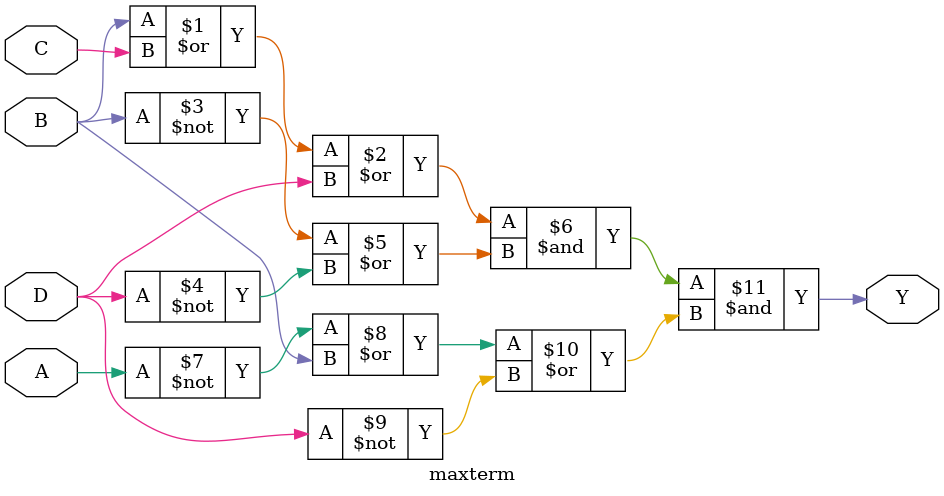
<source format=v>
module maxterm (
    input A, B, C, D,
    output Y
);

assign Y = (B | C | D) & (~B | ~D) & (~A | B | ~D);

endmodule

</source>
